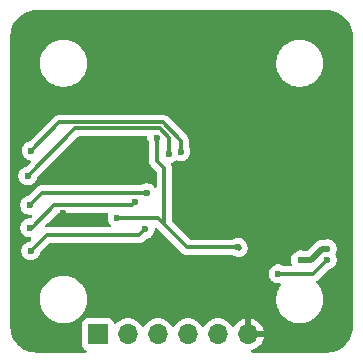
<source format=gbr>
%TF.GenerationSoftware,KiCad,Pcbnew,9.0.1*%
%TF.CreationDate,2025-04-30T15:21:50+05:30*%
%TF.ProjectId,APD_Safety_PCB,4150445f-5361-4666-9574-795f5043422e,rev?*%
%TF.SameCoordinates,Original*%
%TF.FileFunction,Copper,L2,Bot*%
%TF.FilePolarity,Positive*%
%FSLAX46Y46*%
G04 Gerber Fmt 4.6, Leading zero omitted, Abs format (unit mm)*
G04 Created by KiCad (PCBNEW 9.0.1) date 2025-04-30 15:21:50*
%MOMM*%
%LPD*%
G01*
G04 APERTURE LIST*
%TA.AperFunction,ComponentPad*%
%ADD10R,1.700000X1.700000*%
%TD*%
%TA.AperFunction,ComponentPad*%
%ADD11O,1.700000X1.700000*%
%TD*%
%TA.AperFunction,ViaPad*%
%ADD12C,0.600000*%
%TD*%
%TA.AperFunction,Conductor*%
%ADD13C,0.300000*%
%TD*%
%TA.AperFunction,Conductor*%
%ADD14C,0.500000*%
%TD*%
G04 APERTURE END LIST*
D10*
%TO.P,J3,1,Pin_1*%
%TO.N,RESET*%
X107920000Y-127950000D03*
D11*
%TO.P,J3,2,Pin_2*%
%TO.N,MOSI*%
X110460000Y-127950000D03*
%TO.P,J3,3,Pin_3*%
%TO.N,MISO*%
X113000000Y-127950000D03*
%TO.P,J3,4,Pin_4*%
%TO.N,SCK*%
X115540000Y-127950000D03*
%TO.P,J3,5,Pin_5*%
%TO.N,VCC*%
X118080000Y-127950000D03*
%TO.P,J3,6,Pin_6*%
%TO.N,GND*%
X120620000Y-127950000D03*
%TD*%
D12*
%TO.N,GND*%
X106587500Y-106810000D03*
X109325000Y-106810000D03*
X106595000Y-108715000D03*
X107485000Y-107765000D03*
X108412500Y-106810000D03*
X108420000Y-108715000D03*
X122275000Y-108690000D03*
X123045000Y-120265000D03*
X125362500Y-119742500D03*
X116690000Y-118110000D03*
X107360000Y-117990000D03*
X122010000Y-125310000D03*
X120830000Y-123950000D03*
X104950000Y-117720000D03*
X100940000Y-107065000D03*
X123600000Y-128090000D03*
X102200000Y-110490000D03*
X122010000Y-102790000D03*
X109650000Y-102780000D03*
X128730000Y-123250000D03*
X127630000Y-128350000D03*
X102040000Y-125997500D03*
%TO.N,+VDC*%
X127337500Y-120707500D03*
X125062500Y-121657500D03*
%TO.N,A0*%
X111900000Y-119060000D03*
X102220000Y-120900000D03*
%TO.N,Net-(U1-VFB)*%
X127337500Y-121657500D03*
X123159815Y-122840185D03*
%TO.N,SCL*%
X113920000Y-112657500D03*
X101970000Y-114540000D03*
%TO.N,RX*%
X112022120Y-115972120D03*
X102130000Y-117020000D03*
%TO.N,TX*%
X111081981Y-116724348D03*
X102145000Y-118935000D03*
%TO.N,SDA*%
X114930000Y-112487500D03*
X102250000Y-112410000D03*
%TO.N,VCC*%
X119770000Y-120590000D03*
X112900000Y-111302500D03*
X109540000Y-118110000D03*
%TD*%
D13*
%TO.N,RX*%
X103195000Y-115955000D02*
X102130000Y-117020000D01*
X112005000Y-115955000D02*
X103195000Y-115955000D01*
X112022120Y-115972120D02*
X112005000Y-115955000D01*
%TO.N,TX*%
X104200000Y-117040000D02*
X102305000Y-118935000D01*
X110766329Y-117040000D02*
X104200000Y-117040000D01*
X111081981Y-116724348D02*
X110766329Y-117040000D01*
X102305000Y-118935000D02*
X102145000Y-118935000D01*
%TO.N,Net-(U1-VFB)*%
X126154815Y-122840185D02*
X127337500Y-121657500D01*
X123159815Y-122840185D02*
X126154815Y-122840185D01*
D14*
%TO.N,+VDC*%
X125922500Y-121657500D02*
X126872500Y-120707500D01*
X125062500Y-121657500D02*
X125922500Y-121657500D01*
X126872500Y-120707500D02*
X127337500Y-120707500D01*
D13*
%TO.N,A0*%
X103560000Y-119560000D02*
X102220000Y-120900000D01*
X111400000Y-119560000D02*
X103560000Y-119560000D01*
X111900000Y-119060000D02*
X111400000Y-119560000D01*
%TO.N,SCL*%
X113140000Y-110520000D02*
X105990000Y-110520000D01*
X113920000Y-112657500D02*
X113920000Y-111300000D01*
X105990000Y-110520000D02*
X101970000Y-114540000D01*
X113920000Y-111300000D02*
X113140000Y-110520000D01*
%TO.N,SDA*%
X114930000Y-111550000D02*
X113390000Y-110010000D01*
X113390000Y-110010000D02*
X104650000Y-110010000D01*
X114930000Y-112487500D02*
X114930000Y-111550000D01*
X104650000Y-110010000D02*
X102250000Y-112410000D01*
%TO.N,VCC*%
X113485000Y-118595000D02*
X115480000Y-120590000D01*
X113530000Y-113880000D02*
X113530000Y-118550000D01*
X112900000Y-113250000D02*
X113530000Y-113880000D01*
X109564998Y-118134998D02*
X113024998Y-118134998D01*
X112900000Y-111302500D02*
X112900000Y-113250000D01*
X113530000Y-118550000D02*
X113485000Y-118595000D01*
X109540000Y-118110000D02*
X109564998Y-118134998D01*
D14*
X119770000Y-120590000D02*
X119830000Y-120650000D01*
D13*
X115480000Y-120590000D02*
X119770000Y-120590000D01*
X113024998Y-118134998D02*
X113485000Y-118595000D01*
%TD*%
%TA.AperFunction,Conductor*%
%TO.N,GND*%
G36*
X108728768Y-117710185D02*
G01*
X108774523Y-117762989D01*
X108784467Y-117832147D01*
X108776290Y-117861953D01*
X108770263Y-117876502D01*
X108770261Y-117876510D01*
X108739500Y-118031153D01*
X108739500Y-118188846D01*
X108770261Y-118343489D01*
X108770264Y-118343501D01*
X108830602Y-118489172D01*
X108830609Y-118489185D01*
X108918210Y-118620288D01*
X108918213Y-118620292D01*
X108995740Y-118697819D01*
X109029225Y-118759142D01*
X109024241Y-118828834D01*
X108982369Y-118884767D01*
X108916905Y-118909184D01*
X108908059Y-118909500D01*
X103549807Y-118909500D01*
X103482768Y-118889815D01*
X103437013Y-118837011D01*
X103427069Y-118767853D01*
X103456094Y-118704297D01*
X103462126Y-118697819D01*
X103670761Y-118489185D01*
X104433127Y-117726819D01*
X104494450Y-117693334D01*
X104520808Y-117690500D01*
X108661729Y-117690500D01*
X108728768Y-117710185D01*
G37*
%TD.AperFunction*%
%TA.AperFunction,Conductor*%
G36*
X127206746Y-100510474D02*
G01*
X127209575Y-100511199D01*
X127272478Y-100510501D01*
X127273106Y-100510502D01*
X127273235Y-100510540D01*
X127279205Y-100510655D01*
X127535090Y-100523403D01*
X127550050Y-100525064D01*
X127798771Y-100568133D01*
X127813420Y-100571599D01*
X128055055Y-100644533D01*
X128069188Y-100649756D01*
X128300182Y-100751480D01*
X128313564Y-100758373D01*
X128530513Y-100887389D01*
X128542970Y-100895864D01*
X128635184Y-100967163D01*
X128742634Y-101050243D01*
X128753981Y-101060175D01*
X128933432Y-101237652D01*
X128943489Y-101248888D01*
X129100070Y-101446834D01*
X129108688Y-101459207D01*
X129240082Y-101674691D01*
X129247135Y-101688019D01*
X129351401Y-101917855D01*
X129356785Y-101931941D01*
X129432387Y-102172749D01*
X129436020Y-102187384D01*
X129481828Y-102435567D01*
X129483659Y-102450534D01*
X129489175Y-102541080D01*
X129499271Y-102706824D01*
X129499500Y-102714346D01*
X129499500Y-127206212D01*
X129499498Y-127215454D01*
X129499140Y-127216824D01*
X129499488Y-127279148D01*
X129499488Y-127279653D01*
X129499466Y-127279725D01*
X129499300Y-127286465D01*
X129485185Y-127542256D01*
X129483446Y-127557200D01*
X129439121Y-127805676D01*
X129435585Y-127820299D01*
X129361498Y-128061568D01*
X129356218Y-128075655D01*
X129253451Y-128306194D01*
X129246503Y-128319539D01*
X129116579Y-128535924D01*
X129108067Y-128548328D01*
X128952891Y-128747392D01*
X128942938Y-128758675D01*
X128764801Y-128937476D01*
X128753556Y-128947470D01*
X128555074Y-129103385D01*
X128542701Y-129111944D01*
X128326795Y-129242676D01*
X128313477Y-129249673D01*
X128083332Y-129353295D01*
X128069264Y-129358628D01*
X127828265Y-129433614D01*
X127813656Y-129437204D01*
X127565342Y-129482455D01*
X127550405Y-129484249D01*
X127295301Y-129499280D01*
X127288016Y-129499495D01*
X127287696Y-129499495D01*
X127225033Y-129499379D01*
X127224580Y-129499499D01*
X127216097Y-129499500D01*
X127216095Y-129499499D01*
X127216088Y-129499500D01*
X121002727Y-129499500D01*
X120935688Y-129479815D01*
X120889933Y-129427011D01*
X120879989Y-129357853D01*
X120909014Y-129294297D01*
X120964409Y-129257569D01*
X121138217Y-129201095D01*
X121327557Y-129104620D01*
X121499459Y-128979727D01*
X121499464Y-128979723D01*
X121649723Y-128829464D01*
X121649727Y-128829459D01*
X121774620Y-128657557D01*
X121871095Y-128468217D01*
X121936757Y-128266129D01*
X121936757Y-128266126D01*
X121947231Y-128200000D01*
X121053012Y-128200000D01*
X121085925Y-128142993D01*
X121120000Y-128015826D01*
X121120000Y-127884174D01*
X121085925Y-127757007D01*
X121053012Y-127700000D01*
X121947231Y-127700000D01*
X121936757Y-127633873D01*
X121936757Y-127633870D01*
X121871095Y-127431782D01*
X121774620Y-127242442D01*
X121649727Y-127070540D01*
X121649723Y-127070535D01*
X121499464Y-126920276D01*
X121499459Y-126920272D01*
X121327557Y-126795379D01*
X121138215Y-126698903D01*
X120936124Y-126633241D01*
X120870000Y-126622768D01*
X120870000Y-127516988D01*
X120812993Y-127484075D01*
X120685826Y-127450000D01*
X120554174Y-127450000D01*
X120427007Y-127484075D01*
X120370000Y-127516988D01*
X120370000Y-126622768D01*
X120369999Y-126622768D01*
X120303875Y-126633241D01*
X120101784Y-126698903D01*
X119912442Y-126795379D01*
X119740540Y-126920272D01*
X119740535Y-126920276D01*
X119590276Y-127070535D01*
X119590272Y-127070540D01*
X119465378Y-127242443D01*
X119460762Y-127251502D01*
X119412784Y-127302295D01*
X119344963Y-127319087D01*
X119278829Y-127296546D01*
X119239794Y-127251493D01*
X119235051Y-127242184D01*
X119235049Y-127242181D01*
X119235048Y-127242179D01*
X119110109Y-127070213D01*
X118959786Y-126919890D01*
X118787820Y-126794951D01*
X118598414Y-126698444D01*
X118598413Y-126698443D01*
X118598412Y-126698443D01*
X118396243Y-126632754D01*
X118396241Y-126632753D01*
X118396240Y-126632753D01*
X118234957Y-126607208D01*
X118186287Y-126599500D01*
X117973713Y-126599500D01*
X117925042Y-126607208D01*
X117763760Y-126632753D01*
X117561585Y-126698444D01*
X117372179Y-126794951D01*
X117200213Y-126919890D01*
X117049890Y-127070213D01*
X116924949Y-127242182D01*
X116920484Y-127250946D01*
X116872509Y-127301742D01*
X116804688Y-127318536D01*
X116738553Y-127295998D01*
X116699516Y-127250946D01*
X116695050Y-127242182D01*
X116570109Y-127070213D01*
X116419786Y-126919890D01*
X116247820Y-126794951D01*
X116058414Y-126698444D01*
X116058413Y-126698443D01*
X116058412Y-126698443D01*
X115856243Y-126632754D01*
X115856241Y-126632753D01*
X115856240Y-126632753D01*
X115694957Y-126607208D01*
X115646287Y-126599500D01*
X115433713Y-126599500D01*
X115385042Y-126607208D01*
X115223760Y-126632753D01*
X115021585Y-126698444D01*
X114832179Y-126794951D01*
X114660213Y-126919890D01*
X114509890Y-127070213D01*
X114384949Y-127242182D01*
X114380484Y-127250946D01*
X114332509Y-127301742D01*
X114264688Y-127318536D01*
X114198553Y-127295998D01*
X114159516Y-127250946D01*
X114155050Y-127242182D01*
X114030109Y-127070213D01*
X113879786Y-126919890D01*
X113707820Y-126794951D01*
X113518414Y-126698444D01*
X113518413Y-126698443D01*
X113518412Y-126698443D01*
X113316243Y-126632754D01*
X113316241Y-126632753D01*
X113316240Y-126632753D01*
X113154957Y-126607208D01*
X113106287Y-126599500D01*
X112893713Y-126599500D01*
X112845042Y-126607208D01*
X112683760Y-126632753D01*
X112481585Y-126698444D01*
X112292179Y-126794951D01*
X112120213Y-126919890D01*
X111969890Y-127070213D01*
X111844949Y-127242182D01*
X111840484Y-127250946D01*
X111792509Y-127301742D01*
X111724688Y-127318536D01*
X111658553Y-127295998D01*
X111619516Y-127250946D01*
X111615050Y-127242182D01*
X111490109Y-127070213D01*
X111339786Y-126919890D01*
X111167820Y-126794951D01*
X110978414Y-126698444D01*
X110978413Y-126698443D01*
X110978412Y-126698443D01*
X110776243Y-126632754D01*
X110776241Y-126632753D01*
X110776240Y-126632753D01*
X110614957Y-126607208D01*
X110566287Y-126599500D01*
X110353713Y-126599500D01*
X110305042Y-126607208D01*
X110143760Y-126632753D01*
X109941585Y-126698444D01*
X109752179Y-126794951D01*
X109580215Y-126919889D01*
X109466673Y-127033431D01*
X109405350Y-127066915D01*
X109335658Y-127061931D01*
X109279725Y-127020059D01*
X109262810Y-126989082D01*
X109213797Y-126857671D01*
X109213793Y-126857664D01*
X109127547Y-126742455D01*
X109127544Y-126742452D01*
X109012335Y-126656206D01*
X109012328Y-126656202D01*
X108877482Y-126605908D01*
X108877483Y-126605908D01*
X108817883Y-126599501D01*
X108817881Y-126599500D01*
X108817873Y-126599500D01*
X108817864Y-126599500D01*
X107022129Y-126599500D01*
X107022123Y-126599501D01*
X106962516Y-126605908D01*
X106827671Y-126656202D01*
X106827664Y-126656206D01*
X106712455Y-126742452D01*
X106712452Y-126742455D01*
X106626206Y-126857664D01*
X106626202Y-126857671D01*
X106575908Y-126992517D01*
X106569501Y-127052116D01*
X106569500Y-127052135D01*
X106569500Y-128847870D01*
X106569501Y-128847876D01*
X106575908Y-128907483D01*
X106626202Y-129042328D01*
X106626206Y-129042335D01*
X106712452Y-129157544D01*
X106712455Y-129157547D01*
X106827664Y-129243793D01*
X106827671Y-129243797D01*
X106869285Y-129259318D01*
X106925219Y-129301189D01*
X106949636Y-129366653D01*
X106934785Y-129434926D01*
X106885380Y-129484332D01*
X106825952Y-129499500D01*
X102793665Y-129499500D01*
X102784008Y-129499498D01*
X102782183Y-129499024D01*
X102719650Y-129499488D01*
X102719112Y-129499488D01*
X102719021Y-129499461D01*
X102712526Y-129499312D01*
X102457333Y-129485698D01*
X102442387Y-129483987D01*
X102194424Y-129440224D01*
X102179795Y-129436715D01*
X101938955Y-129363244D01*
X101924858Y-129357989D01*
X101814857Y-129309196D01*
X101694693Y-129255895D01*
X101681344Y-129248976D01*
X101465235Y-129119759D01*
X101452815Y-129111270D01*
X101364038Y-129042328D01*
X101253937Y-128956825D01*
X101242644Y-128946901D01*
X101142878Y-128847870D01*
X101063944Y-128769518D01*
X101053930Y-128758292D01*
X100898018Y-128560566D01*
X100889436Y-128548209D01*
X100758619Y-128333059D01*
X100751604Y-128319766D01*
X100647804Y-128090353D01*
X100642451Y-128076312D01*
X100567195Y-127836015D01*
X100563579Y-127821413D01*
X100541222Y-127700000D01*
X100517978Y-127573773D01*
X100516159Y-127558862D01*
X100500728Y-127304951D01*
X100500500Y-127297429D01*
X100500500Y-124868872D01*
X102999500Y-124868872D01*
X102999500Y-125131127D01*
X103020436Y-125290140D01*
X103033730Y-125391116D01*
X103055178Y-125471161D01*
X103101602Y-125644418D01*
X103101605Y-125644428D01*
X103201953Y-125886690D01*
X103201958Y-125886700D01*
X103333075Y-126113803D01*
X103492718Y-126321851D01*
X103492726Y-126321860D01*
X103678140Y-126507274D01*
X103678148Y-126507281D01*
X103886196Y-126666924D01*
X104113299Y-126798041D01*
X104113309Y-126798046D01*
X104257257Y-126857671D01*
X104355581Y-126898398D01*
X104608884Y-126966270D01*
X104868880Y-127000500D01*
X104868887Y-127000500D01*
X105131113Y-127000500D01*
X105131120Y-127000500D01*
X105391116Y-126966270D01*
X105644419Y-126898398D01*
X105886697Y-126798043D01*
X106113803Y-126666924D01*
X106321851Y-126507282D01*
X106321855Y-126507277D01*
X106321860Y-126507274D01*
X106507274Y-126321860D01*
X106507277Y-126321855D01*
X106507282Y-126321851D01*
X106666924Y-126113803D01*
X106798043Y-125886697D01*
X106898398Y-125644419D01*
X106966270Y-125391116D01*
X107000500Y-125131120D01*
X107000500Y-124868880D01*
X106966270Y-124608884D01*
X106898398Y-124355581D01*
X106800204Y-124118520D01*
X106798046Y-124113309D01*
X106798041Y-124113299D01*
X106666924Y-123886196D01*
X106544424Y-123726554D01*
X106507282Y-123678149D01*
X106507281Y-123678148D01*
X106507274Y-123678140D01*
X106321860Y-123492726D01*
X106321851Y-123492718D01*
X106113803Y-123333075D01*
X105886700Y-123201958D01*
X105886690Y-123201953D01*
X105644428Y-123101605D01*
X105644421Y-123101603D01*
X105644419Y-123101602D01*
X105391116Y-123033730D01*
X105333339Y-123026123D01*
X105131127Y-122999500D01*
X105131120Y-122999500D01*
X104868880Y-122999500D01*
X104868872Y-122999500D01*
X104637772Y-123029926D01*
X104608884Y-123033730D01*
X104355581Y-123101602D01*
X104355571Y-123101605D01*
X104113309Y-123201953D01*
X104113299Y-123201958D01*
X103886196Y-123333075D01*
X103678148Y-123492718D01*
X103492718Y-123678148D01*
X103333075Y-123886196D01*
X103201958Y-124113299D01*
X103201953Y-124113309D01*
X103101605Y-124355571D01*
X103101602Y-124355581D01*
X103033730Y-124608885D01*
X102999500Y-124868872D01*
X100500500Y-124868872D01*
X100500500Y-122761338D01*
X122359315Y-122761338D01*
X122359315Y-122919031D01*
X122390076Y-123073674D01*
X122390079Y-123073686D01*
X122450417Y-123219357D01*
X122450424Y-123219370D01*
X122538025Y-123350473D01*
X122538028Y-123350477D01*
X122649522Y-123461971D01*
X122649526Y-123461974D01*
X122780629Y-123549575D01*
X122780642Y-123549582D01*
X122926313Y-123609920D01*
X122926318Y-123609922D01*
X123080968Y-123640684D01*
X123080971Y-123640685D01*
X123080973Y-123640685D01*
X123238658Y-123640685D01*
X123242673Y-123639885D01*
X123249269Y-123638574D01*
X123318860Y-123644798D01*
X123374039Y-123687658D01*
X123397287Y-123753547D01*
X123381222Y-123821545D01*
X123371842Y-123835675D01*
X123333074Y-123886198D01*
X123201958Y-124113299D01*
X123201953Y-124113309D01*
X123101605Y-124355571D01*
X123101602Y-124355581D01*
X123033730Y-124608885D01*
X122999500Y-124868872D01*
X122999500Y-125131127D01*
X123020436Y-125290140D01*
X123033730Y-125391116D01*
X123055178Y-125471161D01*
X123101602Y-125644418D01*
X123101605Y-125644428D01*
X123201953Y-125886690D01*
X123201958Y-125886700D01*
X123333075Y-126113803D01*
X123492718Y-126321851D01*
X123492726Y-126321860D01*
X123678140Y-126507274D01*
X123678148Y-126507281D01*
X123886196Y-126666924D01*
X124113299Y-126798041D01*
X124113309Y-126798046D01*
X124257257Y-126857671D01*
X124355581Y-126898398D01*
X124608884Y-126966270D01*
X124868880Y-127000500D01*
X124868887Y-127000500D01*
X125131113Y-127000500D01*
X125131120Y-127000500D01*
X125391116Y-126966270D01*
X125644419Y-126898398D01*
X125886697Y-126798043D01*
X126113803Y-126666924D01*
X126321851Y-126507282D01*
X126321855Y-126507277D01*
X126321860Y-126507274D01*
X126507274Y-126321860D01*
X126507277Y-126321855D01*
X126507282Y-126321851D01*
X126666924Y-126113803D01*
X126798043Y-125886697D01*
X126898398Y-125644419D01*
X126966270Y-125391116D01*
X127000500Y-125131120D01*
X127000500Y-124868880D01*
X126966270Y-124608884D01*
X126898398Y-124355581D01*
X126800204Y-124118520D01*
X126798046Y-124113309D01*
X126798041Y-124113299D01*
X126666924Y-123886196D01*
X126544424Y-123726554D01*
X126507282Y-123678149D01*
X126507281Y-123678148D01*
X126507274Y-123678140D01*
X126439605Y-123610471D01*
X126406120Y-123549148D01*
X126411104Y-123479456D01*
X126452976Y-123423523D01*
X126458396Y-123419687D01*
X126462939Y-123416650D01*
X126462942Y-123416650D01*
X126569484Y-123345462D01*
X127440430Y-122474513D01*
X127501751Y-122441030D01*
X127503830Y-122440596D01*
X127570997Y-122427237D01*
X127716679Y-122366894D01*
X127847789Y-122279289D01*
X127959289Y-122167789D01*
X128046894Y-122036679D01*
X128107237Y-121890997D01*
X128138000Y-121736342D01*
X128138000Y-121578658D01*
X128138000Y-121578655D01*
X128137999Y-121578653D01*
X128107238Y-121424010D01*
X128107237Y-121424003D01*
X128085555Y-121371658D01*
X128046897Y-121278327D01*
X128046889Y-121278312D01*
X128028901Y-121251392D01*
X128008022Y-121184715D01*
X128026506Y-121117335D01*
X128028901Y-121113608D01*
X128046889Y-121086687D01*
X128046890Y-121086684D01*
X128046894Y-121086679D01*
X128055286Y-121066420D01*
X128080930Y-121004508D01*
X128107237Y-120940997D01*
X128138000Y-120786342D01*
X128138000Y-120628658D01*
X128138000Y-120628655D01*
X128137999Y-120628653D01*
X128116551Y-120520827D01*
X128107237Y-120474003D01*
X128107235Y-120473998D01*
X128046897Y-120328327D01*
X128046890Y-120328314D01*
X127959289Y-120197211D01*
X127959286Y-120197207D01*
X127847792Y-120085713D01*
X127847788Y-120085710D01*
X127716685Y-119998109D01*
X127716672Y-119998102D01*
X127571001Y-119937764D01*
X127570989Y-119937761D01*
X127416345Y-119907000D01*
X127416342Y-119907000D01*
X127258658Y-119907000D01*
X127258655Y-119907000D01*
X127104011Y-119937760D01*
X127104006Y-119937762D01*
X127104004Y-119937762D01*
X127104003Y-119937763D01*
X127080344Y-119947562D01*
X127032896Y-119957000D01*
X126798580Y-119957000D01*
X126653592Y-119985840D01*
X126653582Y-119985843D01*
X126517009Y-120042413D01*
X126482793Y-120065276D01*
X126394081Y-120124550D01*
X125647951Y-120870681D01*
X125621023Y-120885384D01*
X125595205Y-120901977D01*
X125589004Y-120902868D01*
X125586628Y-120904166D01*
X125560270Y-120907000D01*
X125367104Y-120907000D01*
X125319655Y-120897562D01*
X125295997Y-120887763D01*
X125295993Y-120887762D01*
X125295988Y-120887760D01*
X125141345Y-120857000D01*
X125141342Y-120857000D01*
X124983658Y-120857000D01*
X124983655Y-120857000D01*
X124829010Y-120887761D01*
X124828998Y-120887764D01*
X124683327Y-120948102D01*
X124683314Y-120948109D01*
X124552211Y-121035710D01*
X124552207Y-121035713D01*
X124440713Y-121147207D01*
X124440710Y-121147211D01*
X124353109Y-121278314D01*
X124353102Y-121278327D01*
X124292764Y-121423998D01*
X124292761Y-121424010D01*
X124262000Y-121578653D01*
X124262000Y-121736346D01*
X124292761Y-121890989D01*
X124292764Y-121891001D01*
X124345465Y-122018233D01*
X124352934Y-122087702D01*
X124321659Y-122150181D01*
X124261569Y-122185833D01*
X124230904Y-122189685D01*
X123664750Y-122189685D01*
X123597711Y-122170000D01*
X123595905Y-122168818D01*
X123538994Y-122130791D01*
X123538987Y-122130787D01*
X123393316Y-122070449D01*
X123393304Y-122070446D01*
X123238660Y-122039685D01*
X123238657Y-122039685D01*
X123080973Y-122039685D01*
X123080970Y-122039685D01*
X122926325Y-122070446D01*
X122926313Y-122070449D01*
X122780642Y-122130787D01*
X122780629Y-122130794D01*
X122649526Y-122218395D01*
X122649522Y-122218398D01*
X122538028Y-122329892D01*
X122538025Y-122329896D01*
X122450424Y-122460999D01*
X122450417Y-122461012D01*
X122390079Y-122606683D01*
X122390076Y-122606695D01*
X122359315Y-122761338D01*
X100500500Y-122761338D01*
X100500500Y-114461153D01*
X101169500Y-114461153D01*
X101169500Y-114618846D01*
X101200261Y-114773489D01*
X101200264Y-114773501D01*
X101260602Y-114919172D01*
X101260609Y-114919185D01*
X101348210Y-115050288D01*
X101348213Y-115050292D01*
X101459707Y-115161786D01*
X101459711Y-115161789D01*
X101590814Y-115249390D01*
X101590827Y-115249397D01*
X101736498Y-115309735D01*
X101736503Y-115309737D01*
X101835843Y-115329497D01*
X101891153Y-115340499D01*
X101891156Y-115340500D01*
X101891158Y-115340500D01*
X102048844Y-115340500D01*
X102048845Y-115340499D01*
X102203497Y-115309737D01*
X102349179Y-115249394D01*
X102480289Y-115161789D01*
X102591789Y-115050289D01*
X102679394Y-114919179D01*
X102739737Y-114773497D01*
X102753079Y-114706416D01*
X102785463Y-114644509D01*
X102786959Y-114642985D01*
X106223127Y-111206819D01*
X106284450Y-111173334D01*
X106310808Y-111170500D01*
X111975500Y-111170500D01*
X112042539Y-111190185D01*
X112088294Y-111242989D01*
X112099500Y-111294500D01*
X112099500Y-111381346D01*
X112130261Y-111535989D01*
X112130264Y-111536001D01*
X112190602Y-111681672D01*
X112190606Y-111681679D01*
X112228602Y-111738544D01*
X112249480Y-111805221D01*
X112249500Y-111807435D01*
X112249500Y-113314069D01*
X112249500Y-113314071D01*
X112249499Y-113314071D01*
X112272011Y-113427237D01*
X112272012Y-113427240D01*
X112274498Y-113439743D01*
X112303656Y-113510135D01*
X112323535Y-113558127D01*
X112379056Y-113641221D01*
X112394726Y-113664673D01*
X112394727Y-113664674D01*
X112843181Y-114113127D01*
X112876666Y-114174450D01*
X112879500Y-114200808D01*
X112879500Y-115405644D01*
X112859815Y-115472683D01*
X112807011Y-115518438D01*
X112737853Y-115528382D01*
X112674297Y-115499357D01*
X112652398Y-115474535D01*
X112643909Y-115461831D01*
X112643906Y-115461827D01*
X112532412Y-115350333D01*
X112532408Y-115350330D01*
X112401305Y-115262729D01*
X112401292Y-115262722D01*
X112255621Y-115202384D01*
X112255609Y-115202381D01*
X112100965Y-115171620D01*
X112100962Y-115171620D01*
X111943278Y-115171620D01*
X111943275Y-115171620D01*
X111788630Y-115202381D01*
X111788618Y-115202384D01*
X111642947Y-115262722D01*
X111642933Y-115262730D01*
X111611699Y-115283601D01*
X111545022Y-115304480D01*
X111542807Y-115304500D01*
X103130929Y-115304500D01*
X103005261Y-115329497D01*
X103005255Y-115329499D01*
X102886870Y-115378535D01*
X102780331Y-115449722D01*
X102780324Y-115449728D01*
X102027068Y-116202984D01*
X101965745Y-116236469D01*
X101963579Y-116236920D01*
X101896508Y-116250261D01*
X101896498Y-116250264D01*
X101750827Y-116310602D01*
X101750814Y-116310609D01*
X101619711Y-116398210D01*
X101619707Y-116398213D01*
X101508213Y-116509707D01*
X101508210Y-116509711D01*
X101420609Y-116640814D01*
X101420602Y-116640827D01*
X101360264Y-116786498D01*
X101360261Y-116786510D01*
X101329500Y-116941153D01*
X101329500Y-117098846D01*
X101360261Y-117253489D01*
X101360264Y-117253501D01*
X101420602Y-117399172D01*
X101420609Y-117399185D01*
X101508210Y-117530288D01*
X101508213Y-117530292D01*
X101619707Y-117641786D01*
X101619711Y-117641789D01*
X101750814Y-117729390D01*
X101750827Y-117729397D01*
X101896498Y-117789735D01*
X101896503Y-117789737D01*
X102051153Y-117820499D01*
X102051156Y-117820500D01*
X102200192Y-117820500D01*
X102221437Y-117826738D01*
X102243526Y-117828318D01*
X102254309Y-117836390D01*
X102267231Y-117840185D01*
X102281730Y-117856918D01*
X102299459Y-117870190D01*
X102304166Y-117882810D01*
X102312986Y-117892989D01*
X102316137Y-117914906D01*
X102323876Y-117935654D01*
X102321013Y-117948814D01*
X102322930Y-117962147D01*
X102313730Y-117982290D01*
X102309024Y-118003927D01*
X102295755Y-118021652D01*
X102293905Y-118025703D01*
X102287873Y-118032181D01*
X102221873Y-118098181D01*
X102160550Y-118131666D01*
X102134192Y-118134500D01*
X102066155Y-118134500D01*
X101911510Y-118165261D01*
X101911498Y-118165264D01*
X101765827Y-118225602D01*
X101765814Y-118225609D01*
X101634711Y-118313210D01*
X101634707Y-118313213D01*
X101523213Y-118424707D01*
X101523210Y-118424711D01*
X101435609Y-118555814D01*
X101435602Y-118555827D01*
X101375264Y-118701498D01*
X101375261Y-118701510D01*
X101344500Y-118856153D01*
X101344500Y-119013846D01*
X101375261Y-119168489D01*
X101375264Y-119168501D01*
X101435602Y-119314172D01*
X101435609Y-119314185D01*
X101523210Y-119445288D01*
X101523213Y-119445292D01*
X101634707Y-119556786D01*
X101634711Y-119556789D01*
X101765814Y-119644390D01*
X101765827Y-119644397D01*
X101856101Y-119681789D01*
X101911503Y-119704737D01*
X102066153Y-119735499D01*
X102066156Y-119735500D01*
X102165192Y-119735500D01*
X102186437Y-119741738D01*
X102208526Y-119743318D01*
X102219309Y-119751390D01*
X102232231Y-119755185D01*
X102246730Y-119771918D01*
X102264459Y-119785190D01*
X102269166Y-119797810D01*
X102277986Y-119807989D01*
X102281137Y-119829906D01*
X102288876Y-119850654D01*
X102286013Y-119863814D01*
X102287930Y-119877147D01*
X102278730Y-119897290D01*
X102274024Y-119918927D01*
X102260754Y-119936653D01*
X102258905Y-119940703D01*
X102252886Y-119947167D01*
X102157641Y-120042413D01*
X102117069Y-120082985D01*
X102055746Y-120116469D01*
X102053580Y-120116920D01*
X101986508Y-120130261D01*
X101986498Y-120130264D01*
X101840827Y-120190602D01*
X101840814Y-120190609D01*
X101709711Y-120278210D01*
X101709707Y-120278213D01*
X101598213Y-120389707D01*
X101598210Y-120389711D01*
X101510609Y-120520814D01*
X101510602Y-120520827D01*
X101450264Y-120666498D01*
X101450261Y-120666510D01*
X101419500Y-120821153D01*
X101419500Y-120978846D01*
X101450261Y-121133489D01*
X101450264Y-121133501D01*
X101510602Y-121279172D01*
X101510609Y-121279185D01*
X101598210Y-121410288D01*
X101598213Y-121410292D01*
X101709707Y-121521786D01*
X101709711Y-121521789D01*
X101840814Y-121609390D01*
X101840827Y-121609397D01*
X101986498Y-121669735D01*
X101986503Y-121669737D01*
X102141153Y-121700499D01*
X102141156Y-121700500D01*
X102141158Y-121700500D01*
X102298844Y-121700500D01*
X102298845Y-121700499D01*
X102453497Y-121669737D01*
X102599179Y-121609394D01*
X102730289Y-121521789D01*
X102841789Y-121410289D01*
X102929394Y-121279179D01*
X102989737Y-121133497D01*
X103003079Y-121066417D01*
X103035462Y-121004508D01*
X103036955Y-121002988D01*
X103793126Y-120246819D01*
X103854449Y-120213334D01*
X103880807Y-120210500D01*
X111464071Y-120210500D01*
X111564100Y-120190602D01*
X111589744Y-120185501D01*
X111708127Y-120136465D01*
X111708132Y-120136461D01*
X111708135Y-120136460D01*
X111725960Y-120124550D01*
X111725962Y-120124549D01*
X111793073Y-120079707D01*
X111814669Y-120065277D01*
X112002932Y-119877012D01*
X112064251Y-119843530D01*
X112066316Y-119843099D01*
X112133497Y-119829737D01*
X112262102Y-119776467D01*
X112279172Y-119769397D01*
X112279172Y-119769396D01*
X112279179Y-119769394D01*
X112410289Y-119681789D01*
X112521789Y-119570289D01*
X112609394Y-119439179D01*
X112669737Y-119293497D01*
X112700500Y-119138842D01*
X112700500Y-119029808D01*
X112706738Y-119008562D01*
X112708318Y-118986474D01*
X112716390Y-118975690D01*
X112720185Y-118962769D01*
X112736918Y-118948269D01*
X112750190Y-118930541D01*
X112762810Y-118925833D01*
X112772989Y-118917014D01*
X112794906Y-118913862D01*
X112815654Y-118906124D01*
X112828814Y-118908986D01*
X112842147Y-118907070D01*
X112862290Y-118916269D01*
X112883927Y-118920976D01*
X112901652Y-118934244D01*
X112905703Y-118936095D01*
X112912181Y-118942127D01*
X112979723Y-119009669D01*
X115065325Y-121095272D01*
X115065328Y-121095275D01*
X115065331Y-121095277D01*
X115143057Y-121147211D01*
X115171873Y-121166465D01*
X115290256Y-121215501D01*
X115290260Y-121215501D01*
X115290261Y-121215502D01*
X115415928Y-121240500D01*
X115415931Y-121240500D01*
X119265065Y-121240500D01*
X119332104Y-121260185D01*
X119333909Y-121261366D01*
X119390821Y-121299394D01*
X119390823Y-121299395D01*
X119390827Y-121299397D01*
X119536498Y-121359735D01*
X119536503Y-121359737D01*
X119691153Y-121390499D01*
X119691156Y-121390500D01*
X119691158Y-121390500D01*
X119693598Y-121390500D01*
X119717791Y-121392883D01*
X119756082Y-121400500D01*
X119756083Y-121400500D01*
X119903920Y-121400500D01*
X120001462Y-121381096D01*
X120048913Y-121371658D01*
X120117204Y-121343371D01*
X120185491Y-121315086D01*
X120185492Y-121315085D01*
X120185495Y-121315084D01*
X120308416Y-121232952D01*
X120412952Y-121128416D01*
X120495084Y-121005495D01*
X120496148Y-121002928D01*
X120539791Y-120897562D01*
X120551658Y-120868913D01*
X120568082Y-120786346D01*
X120580500Y-120723920D01*
X120580500Y-120576081D01*
X120572883Y-120537791D01*
X120570500Y-120513598D01*
X120570500Y-120511155D01*
X120570499Y-120511153D01*
X120563108Y-120473998D01*
X120539737Y-120356503D01*
X120528061Y-120328314D01*
X120479397Y-120210827D01*
X120479390Y-120210814D01*
X120391789Y-120079711D01*
X120391786Y-120079707D01*
X120280292Y-119968213D01*
X120280288Y-119968210D01*
X120149185Y-119880609D01*
X120149172Y-119880602D01*
X120003501Y-119820264D01*
X120003489Y-119820261D01*
X119848845Y-119789500D01*
X119848842Y-119789500D01*
X119691158Y-119789500D01*
X119691155Y-119789500D01*
X119536510Y-119820261D01*
X119536498Y-119820264D01*
X119390827Y-119880602D01*
X119390820Y-119880606D01*
X119365852Y-119897290D01*
X119333955Y-119918602D01*
X119267279Y-119939480D01*
X119265065Y-119939500D01*
X115800808Y-119939500D01*
X115733769Y-119919815D01*
X115713127Y-119903181D01*
X114216819Y-118406873D01*
X114183334Y-118345550D01*
X114180500Y-118319192D01*
X114180500Y-113815928D01*
X114155502Y-113690260D01*
X114155500Y-113690254D01*
X114135189Y-113641221D01*
X114135187Y-113641216D01*
X114109668Y-113579604D01*
X114102201Y-113510135D01*
X114133477Y-113447656D01*
X114176774Y-113417595D01*
X114299179Y-113366894D01*
X114430289Y-113279289D01*
X114465267Y-113244310D01*
X114526588Y-113210825D01*
X114596280Y-113215809D01*
X114600374Y-113217419D01*
X114696503Y-113257237D01*
X114851153Y-113287999D01*
X114851156Y-113288000D01*
X114851158Y-113288000D01*
X115008844Y-113288000D01*
X115008845Y-113287999D01*
X115163497Y-113257237D01*
X115302127Y-113199815D01*
X115309172Y-113196897D01*
X115309172Y-113196896D01*
X115309179Y-113196894D01*
X115440289Y-113109289D01*
X115551789Y-112997789D01*
X115639394Y-112866679D01*
X115699737Y-112720997D01*
X115730500Y-112566342D01*
X115730500Y-112408658D01*
X115730500Y-112408655D01*
X115730499Y-112408653D01*
X115699738Y-112254010D01*
X115699737Y-112254003D01*
X115639394Y-112108321D01*
X115601396Y-112051453D01*
X115580520Y-111984776D01*
X115580500Y-111982564D01*
X115580500Y-111485928D01*
X115555502Y-111360261D01*
X115555501Y-111360260D01*
X115555501Y-111360256D01*
X115506465Y-111241873D01*
X115494294Y-111223658D01*
X115435277Y-111135331D01*
X115435275Y-111135329D01*
X115435273Y-111135326D01*
X113804673Y-109504726D01*
X113698134Y-109433540D01*
X113698127Y-109433535D01*
X113579744Y-109384499D01*
X113579738Y-109384497D01*
X113454071Y-109359500D01*
X113454069Y-109359500D01*
X104585931Y-109359500D01*
X104585929Y-109359500D01*
X104460261Y-109384497D01*
X104460251Y-109384500D01*
X104411220Y-109404810D01*
X104341881Y-109433530D01*
X104341863Y-109433540D01*
X104235332Y-109504721D01*
X104235325Y-109504727D01*
X102147068Y-111592984D01*
X102085745Y-111626469D01*
X102083579Y-111626920D01*
X102016508Y-111640261D01*
X102016498Y-111640264D01*
X101870827Y-111700602D01*
X101870814Y-111700609D01*
X101739711Y-111788210D01*
X101739707Y-111788213D01*
X101628213Y-111899707D01*
X101628210Y-111899711D01*
X101540609Y-112030814D01*
X101540602Y-112030827D01*
X101480264Y-112176498D01*
X101480261Y-112176510D01*
X101449500Y-112331153D01*
X101449500Y-112488846D01*
X101480261Y-112643489D01*
X101480264Y-112643501D01*
X101540602Y-112789172D01*
X101540609Y-112789185D01*
X101628210Y-112920288D01*
X101628213Y-112920292D01*
X101739707Y-113031786D01*
X101739711Y-113031789D01*
X101870814Y-113119390D01*
X101870827Y-113119397D01*
X102016498Y-113179735D01*
X102016503Y-113179737D01*
X102117450Y-113199816D01*
X102179359Y-113232200D01*
X102213933Y-113292916D01*
X102210194Y-113362685D01*
X102180938Y-113409114D01*
X101867068Y-113722984D01*
X101805745Y-113756469D01*
X101803579Y-113756920D01*
X101736508Y-113770261D01*
X101736498Y-113770264D01*
X101590827Y-113830602D01*
X101590814Y-113830609D01*
X101459711Y-113918210D01*
X101459707Y-113918213D01*
X101348213Y-114029707D01*
X101348210Y-114029711D01*
X101260609Y-114160814D01*
X101260602Y-114160827D01*
X101200264Y-114306498D01*
X101200261Y-114306510D01*
X101169500Y-114461153D01*
X100500500Y-114461153D01*
X100500500Y-104868872D01*
X102999500Y-104868872D01*
X102999500Y-105131127D01*
X103020436Y-105290140D01*
X103033730Y-105391116D01*
X103055178Y-105471161D01*
X103101602Y-105644418D01*
X103101605Y-105644428D01*
X103201953Y-105886690D01*
X103201958Y-105886700D01*
X103333075Y-106113803D01*
X103492718Y-106321851D01*
X103492726Y-106321860D01*
X103678140Y-106507274D01*
X103678148Y-106507281D01*
X103886196Y-106666924D01*
X104113299Y-106798041D01*
X104113309Y-106798046D01*
X104355571Y-106898394D01*
X104355581Y-106898398D01*
X104608884Y-106966270D01*
X104868880Y-107000500D01*
X104868887Y-107000500D01*
X105131113Y-107000500D01*
X105131120Y-107000500D01*
X105391116Y-106966270D01*
X105644419Y-106898398D01*
X105886697Y-106798043D01*
X106113803Y-106666924D01*
X106321851Y-106507282D01*
X106321855Y-106507277D01*
X106321860Y-106507274D01*
X106507274Y-106321860D01*
X106507277Y-106321855D01*
X106507282Y-106321851D01*
X106666924Y-106113803D01*
X106798043Y-105886697D01*
X106898398Y-105644419D01*
X106966270Y-105391116D01*
X107000500Y-105131120D01*
X107000500Y-104868880D01*
X107000499Y-104868872D01*
X122999500Y-104868872D01*
X122999500Y-105131127D01*
X123020436Y-105290140D01*
X123033730Y-105391116D01*
X123055178Y-105471161D01*
X123101602Y-105644418D01*
X123101605Y-105644428D01*
X123201953Y-105886690D01*
X123201958Y-105886700D01*
X123333075Y-106113803D01*
X123492718Y-106321851D01*
X123492726Y-106321860D01*
X123678140Y-106507274D01*
X123678148Y-106507281D01*
X123886196Y-106666924D01*
X124113299Y-106798041D01*
X124113309Y-106798046D01*
X124355571Y-106898394D01*
X124355581Y-106898398D01*
X124608884Y-106966270D01*
X124868880Y-107000500D01*
X124868887Y-107000500D01*
X125131113Y-107000500D01*
X125131120Y-107000500D01*
X125391116Y-106966270D01*
X125644419Y-106898398D01*
X125886697Y-106798043D01*
X126113803Y-106666924D01*
X126321851Y-106507282D01*
X126321855Y-106507277D01*
X126321860Y-106507274D01*
X126507274Y-106321860D01*
X126507277Y-106321855D01*
X126507282Y-106321851D01*
X126666924Y-106113803D01*
X126798043Y-105886697D01*
X126898398Y-105644419D01*
X126966270Y-105391116D01*
X127000500Y-105131120D01*
X127000500Y-104868880D01*
X126966270Y-104608884D01*
X126898398Y-104355581D01*
X126800204Y-104118520D01*
X126798046Y-104113309D01*
X126798041Y-104113299D01*
X126666924Y-103886196D01*
X126507281Y-103678148D01*
X126507274Y-103678140D01*
X126321860Y-103492726D01*
X126321851Y-103492718D01*
X126113803Y-103333075D01*
X125886700Y-103201958D01*
X125886690Y-103201953D01*
X125644428Y-103101605D01*
X125644421Y-103101603D01*
X125644419Y-103101602D01*
X125391116Y-103033730D01*
X125333339Y-103026123D01*
X125131127Y-102999500D01*
X125131120Y-102999500D01*
X124868880Y-102999500D01*
X124868872Y-102999500D01*
X124637772Y-103029926D01*
X124608884Y-103033730D01*
X124355581Y-103101602D01*
X124355571Y-103101605D01*
X124113309Y-103201953D01*
X124113299Y-103201958D01*
X123886196Y-103333075D01*
X123678148Y-103492718D01*
X123492718Y-103678148D01*
X123333075Y-103886196D01*
X123201958Y-104113299D01*
X123201953Y-104113309D01*
X123101605Y-104355571D01*
X123101602Y-104355581D01*
X123033730Y-104608885D01*
X122999500Y-104868872D01*
X107000499Y-104868872D01*
X106966270Y-104608884D01*
X106898398Y-104355581D01*
X106800204Y-104118520D01*
X106798046Y-104113309D01*
X106798041Y-104113299D01*
X106666924Y-103886196D01*
X106507281Y-103678148D01*
X106507274Y-103678140D01*
X106321860Y-103492726D01*
X106321851Y-103492718D01*
X106113803Y-103333075D01*
X105886700Y-103201958D01*
X105886690Y-103201953D01*
X105644428Y-103101605D01*
X105644421Y-103101603D01*
X105644419Y-103101602D01*
X105391116Y-103033730D01*
X105333339Y-103026123D01*
X105131127Y-102999500D01*
X105131120Y-102999500D01*
X104868880Y-102999500D01*
X104868872Y-102999500D01*
X104637772Y-103029926D01*
X104608884Y-103033730D01*
X104355581Y-103101602D01*
X104355571Y-103101605D01*
X104113309Y-103201953D01*
X104113299Y-103201958D01*
X103886196Y-103333075D01*
X103678148Y-103492718D01*
X103492718Y-103678148D01*
X103333075Y-103886196D01*
X103201958Y-104113299D01*
X103201953Y-104113309D01*
X103101605Y-104355571D01*
X103101602Y-104355581D01*
X103033730Y-104608885D01*
X102999500Y-104868872D01*
X100500500Y-104868872D01*
X100500500Y-102793734D01*
X100500501Y-102784079D01*
X100500974Y-102782262D01*
X100500509Y-102719605D01*
X100500510Y-102719212D01*
X100500536Y-102719121D01*
X100500685Y-102712656D01*
X100514303Y-102457407D01*
X100516014Y-102442468D01*
X100557907Y-102205117D01*
X100559779Y-102194503D01*
X100563288Y-102179878D01*
X100569176Y-102160575D01*
X100636763Y-101939031D01*
X100642009Y-101924957D01*
X100744113Y-101694774D01*
X100751025Y-101681438D01*
X100880255Y-101465311D01*
X100888734Y-101452908D01*
X101043185Y-101254024D01*
X101053100Y-101242742D01*
X101142858Y-101152318D01*
X101230493Y-101064034D01*
X101241718Y-101054020D01*
X101246508Y-101050243D01*
X101439450Y-100898104D01*
X101451792Y-100889534D01*
X101666945Y-100758717D01*
X101680223Y-100751709D01*
X101909660Y-100647897D01*
X101923685Y-100642551D01*
X102164001Y-100567290D01*
X102178570Y-100563681D01*
X102426233Y-100518077D01*
X102441132Y-100516259D01*
X102696687Y-100500728D01*
X102704216Y-100500501D01*
X127206746Y-100510474D01*
G37*
%TD.AperFunction*%
%TD*%
M02*

</source>
